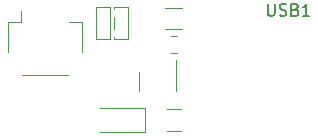
<source format=gbr>
G04 #@! TF.GenerationSoftware,KiCad,Pcbnew,(5.1.4)-1*
G04 #@! TF.CreationDate,2022-02-08T04:13:44-08:00*
G04 #@! TF.ProjectId,bushwacker2,62757368-7761-4636-9b65-72322e6b6963,rev?*
G04 #@! TF.SameCoordinates,Original*
G04 #@! TF.FileFunction,Legend,Top*
G04 #@! TF.FilePolarity,Positive*
%FSLAX46Y46*%
G04 Gerber Fmt 4.6, Leading zero omitted, Abs format (unit mm)*
G04 Created by KiCad (PCBNEW (5.1.4)-1) date 2022-02-08 04:13:44*
%MOMM*%
%LPD*%
G04 APERTURE LIST*
%ADD10C,0.120000*%
%ADD11C,0.150000*%
%ADD12R,1.202000X1.202000*%
%ADD13O,1.102000X1.702000*%
%ADD14O,1.102000X2.202000*%
%ADD15C,0.752000*%
%ADD16R,0.402000X1.552000*%
%ADD17R,0.702000X1.552000*%
%ADD18C,0.100000*%
%ADD19C,0.702000*%
%ADD20C,1.227000*%
%ADD21C,0.902000*%
%ADD22C,1.702000*%
%ADD23C,6.102000*%
%ADD24C,1.352000*%
%ADD25C,1.102000*%
G04 APERTURE END LIST*
D10*
X87900000Y-111300000D02*
X87900000Y-109300000D01*
X87900000Y-109300000D02*
X84050000Y-109300000D01*
X87900000Y-111300000D02*
X84050000Y-111300000D01*
X87340000Y-107000000D02*
X87340000Y-107800000D01*
X87340000Y-107000000D02*
X87340000Y-106200000D01*
X90460000Y-107000000D02*
X90460000Y-107800000D01*
X90460000Y-107000000D02*
X90460000Y-105200000D01*
X91027064Y-102610000D02*
X89572936Y-102610000D01*
X91027064Y-100790000D02*
X89572936Y-100790000D01*
X86395000Y-100755000D02*
X86395000Y-103445000D01*
X85205000Y-100755000D02*
X85205000Y-103445000D01*
X86395000Y-100755000D02*
X85205000Y-100755000D01*
X86395000Y-103445000D02*
X85205000Y-103445000D01*
X84895000Y-100755000D02*
X84895000Y-103445000D01*
X83705000Y-100755000D02*
X83705000Y-103445000D01*
X84895000Y-100755000D02*
X83705000Y-100755000D01*
X84895000Y-103445000D02*
X83705000Y-103445000D01*
X76290000Y-104515000D02*
X76290000Y-102015000D01*
X76290000Y-102015000D02*
X77340000Y-102015000D01*
X77340000Y-102015000D02*
X77340000Y-101025000D01*
X82510000Y-104515000D02*
X82510000Y-102015000D01*
X82510000Y-102015000D02*
X81460000Y-102015000D01*
X77460000Y-106485000D02*
X81340000Y-106485000D01*
X89697936Y-109390000D02*
X90902064Y-109390000D01*
X89697936Y-111210000D02*
X90902064Y-111210000D01*
X90561252Y-104635000D02*
X90038748Y-104635000D01*
X90561252Y-103165000D02*
X90038748Y-103165000D01*
D11*
X98261904Y-100452380D02*
X98261904Y-101261904D01*
X98309523Y-101357142D01*
X98357142Y-101404761D01*
X98452380Y-101452380D01*
X98642857Y-101452380D01*
X98738095Y-101404761D01*
X98785714Y-101357142D01*
X98833333Y-101261904D01*
X98833333Y-100452380D01*
X99261904Y-101404761D02*
X99404761Y-101452380D01*
X99642857Y-101452380D01*
X99738095Y-101404761D01*
X99785714Y-101357142D01*
X99833333Y-101261904D01*
X99833333Y-101166666D01*
X99785714Y-101071428D01*
X99738095Y-101023809D01*
X99642857Y-100976190D01*
X99452380Y-100928571D01*
X99357142Y-100880952D01*
X99309523Y-100833333D01*
X99261904Y-100738095D01*
X99261904Y-100642857D01*
X99309523Y-100547619D01*
X99357142Y-100500000D01*
X99452380Y-100452380D01*
X99690476Y-100452380D01*
X99833333Y-100500000D01*
X100595238Y-100928571D02*
X100738095Y-100976190D01*
X100785714Y-101023809D01*
X100833333Y-101119047D01*
X100833333Y-101261904D01*
X100785714Y-101357142D01*
X100738095Y-101404761D01*
X100642857Y-101452380D01*
X100261904Y-101452380D01*
X100261904Y-100452380D01*
X100595238Y-100452380D01*
X100690476Y-100500000D01*
X100738095Y-100547619D01*
X100785714Y-100642857D01*
X100785714Y-100738095D01*
X100738095Y-100833333D01*
X100690476Y-100880952D01*
X100595238Y-100928571D01*
X100261904Y-100928571D01*
X101785714Y-101452380D02*
X101214285Y-101452380D01*
X101500000Y-101452380D02*
X101500000Y-100452380D01*
X101404761Y-100595238D01*
X101309523Y-100690476D01*
X101214285Y-100738095D01*
%LPC*%
D12*
X87100000Y-110300000D03*
X84300000Y-110300000D03*
D13*
X95680000Y-102600000D03*
X104320000Y-102600000D03*
D14*
X95680000Y-106780000D03*
X104320000Y-106780000D03*
D15*
X102890000Y-106250000D03*
X97110000Y-106250000D03*
D16*
X100250000Y-107695000D03*
X99750000Y-107695000D03*
X99250000Y-107695000D03*
X100750000Y-107695000D03*
X98750000Y-107695000D03*
X101250000Y-107695000D03*
X98250000Y-107695000D03*
X101750000Y-107695000D03*
D17*
X102450000Y-107695000D03*
X97550000Y-107695000D03*
X103225000Y-107695000D03*
X96775000Y-107695000D03*
D18*
G36*
X90042702Y-105149845D02*
G01*
X90059738Y-105152372D01*
X90076445Y-105156557D01*
X90092661Y-105162359D01*
X90108230Y-105169723D01*
X90123003Y-105178577D01*
X90136836Y-105188837D01*
X90149597Y-105200403D01*
X90161163Y-105213164D01*
X90171423Y-105226997D01*
X90180277Y-105241770D01*
X90187641Y-105257339D01*
X90193443Y-105273555D01*
X90197628Y-105290262D01*
X90200155Y-105307298D01*
X90201000Y-105324500D01*
X90201000Y-106400500D01*
X90200155Y-106417702D01*
X90197628Y-106434738D01*
X90193443Y-106451445D01*
X90187641Y-106467661D01*
X90180277Y-106483230D01*
X90171423Y-106498003D01*
X90161163Y-106511836D01*
X90149597Y-106524597D01*
X90136836Y-106536163D01*
X90123003Y-106546423D01*
X90108230Y-106555277D01*
X90092661Y-106562641D01*
X90076445Y-106568443D01*
X90059738Y-106572628D01*
X90042702Y-106575155D01*
X90025500Y-106576000D01*
X89674500Y-106576000D01*
X89657298Y-106575155D01*
X89640262Y-106572628D01*
X89623555Y-106568443D01*
X89607339Y-106562641D01*
X89591770Y-106555277D01*
X89576997Y-106546423D01*
X89563164Y-106536163D01*
X89550403Y-106524597D01*
X89538837Y-106511836D01*
X89528577Y-106498003D01*
X89519723Y-106483230D01*
X89512359Y-106467661D01*
X89506557Y-106451445D01*
X89502372Y-106434738D01*
X89499845Y-106417702D01*
X89499000Y-106400500D01*
X89499000Y-105324500D01*
X89499845Y-105307298D01*
X89502372Y-105290262D01*
X89506557Y-105273555D01*
X89512359Y-105257339D01*
X89519723Y-105241770D01*
X89528577Y-105226997D01*
X89538837Y-105213164D01*
X89550403Y-105200403D01*
X89563164Y-105188837D01*
X89576997Y-105178577D01*
X89591770Y-105169723D01*
X89607339Y-105162359D01*
X89623555Y-105156557D01*
X89640262Y-105152372D01*
X89657298Y-105149845D01*
X89674500Y-105149000D01*
X90025500Y-105149000D01*
X90042702Y-105149845D01*
X90042702Y-105149845D01*
G37*
D19*
X89850000Y-105862500D03*
D18*
G36*
X89092702Y-105149845D02*
G01*
X89109738Y-105152372D01*
X89126445Y-105156557D01*
X89142661Y-105162359D01*
X89158230Y-105169723D01*
X89173003Y-105178577D01*
X89186836Y-105188837D01*
X89199597Y-105200403D01*
X89211163Y-105213164D01*
X89221423Y-105226997D01*
X89230277Y-105241770D01*
X89237641Y-105257339D01*
X89243443Y-105273555D01*
X89247628Y-105290262D01*
X89250155Y-105307298D01*
X89251000Y-105324500D01*
X89251000Y-106400500D01*
X89250155Y-106417702D01*
X89247628Y-106434738D01*
X89243443Y-106451445D01*
X89237641Y-106467661D01*
X89230277Y-106483230D01*
X89221423Y-106498003D01*
X89211163Y-106511836D01*
X89199597Y-106524597D01*
X89186836Y-106536163D01*
X89173003Y-106546423D01*
X89158230Y-106555277D01*
X89142661Y-106562641D01*
X89126445Y-106568443D01*
X89109738Y-106572628D01*
X89092702Y-106575155D01*
X89075500Y-106576000D01*
X88724500Y-106576000D01*
X88707298Y-106575155D01*
X88690262Y-106572628D01*
X88673555Y-106568443D01*
X88657339Y-106562641D01*
X88641770Y-106555277D01*
X88626997Y-106546423D01*
X88613164Y-106536163D01*
X88600403Y-106524597D01*
X88588837Y-106511836D01*
X88578577Y-106498003D01*
X88569723Y-106483230D01*
X88562359Y-106467661D01*
X88556557Y-106451445D01*
X88552372Y-106434738D01*
X88549845Y-106417702D01*
X88549000Y-106400500D01*
X88549000Y-105324500D01*
X88549845Y-105307298D01*
X88552372Y-105290262D01*
X88556557Y-105273555D01*
X88562359Y-105257339D01*
X88569723Y-105241770D01*
X88578577Y-105226997D01*
X88588837Y-105213164D01*
X88600403Y-105200403D01*
X88613164Y-105188837D01*
X88626997Y-105178577D01*
X88641770Y-105169723D01*
X88657339Y-105162359D01*
X88673555Y-105156557D01*
X88690262Y-105152372D01*
X88707298Y-105149845D01*
X88724500Y-105149000D01*
X89075500Y-105149000D01*
X89092702Y-105149845D01*
X89092702Y-105149845D01*
G37*
D19*
X88900000Y-105862500D03*
D18*
G36*
X88142702Y-105149845D02*
G01*
X88159738Y-105152372D01*
X88176445Y-105156557D01*
X88192661Y-105162359D01*
X88208230Y-105169723D01*
X88223003Y-105178577D01*
X88236836Y-105188837D01*
X88249597Y-105200403D01*
X88261163Y-105213164D01*
X88271423Y-105226997D01*
X88280277Y-105241770D01*
X88287641Y-105257339D01*
X88293443Y-105273555D01*
X88297628Y-105290262D01*
X88300155Y-105307298D01*
X88301000Y-105324500D01*
X88301000Y-106400500D01*
X88300155Y-106417702D01*
X88297628Y-106434738D01*
X88293443Y-106451445D01*
X88287641Y-106467661D01*
X88280277Y-106483230D01*
X88271423Y-106498003D01*
X88261163Y-106511836D01*
X88249597Y-106524597D01*
X88236836Y-106536163D01*
X88223003Y-106546423D01*
X88208230Y-106555277D01*
X88192661Y-106562641D01*
X88176445Y-106568443D01*
X88159738Y-106572628D01*
X88142702Y-106575155D01*
X88125500Y-106576000D01*
X87774500Y-106576000D01*
X87757298Y-106575155D01*
X87740262Y-106572628D01*
X87723555Y-106568443D01*
X87707339Y-106562641D01*
X87691770Y-106555277D01*
X87676997Y-106546423D01*
X87663164Y-106536163D01*
X87650403Y-106524597D01*
X87638837Y-106511836D01*
X87628577Y-106498003D01*
X87619723Y-106483230D01*
X87612359Y-106467661D01*
X87606557Y-106451445D01*
X87602372Y-106434738D01*
X87599845Y-106417702D01*
X87599000Y-106400500D01*
X87599000Y-105324500D01*
X87599845Y-105307298D01*
X87602372Y-105290262D01*
X87606557Y-105273555D01*
X87612359Y-105257339D01*
X87619723Y-105241770D01*
X87628577Y-105226997D01*
X87638837Y-105213164D01*
X87650403Y-105200403D01*
X87663164Y-105188837D01*
X87676997Y-105178577D01*
X87691770Y-105169723D01*
X87707339Y-105162359D01*
X87723555Y-105156557D01*
X87740262Y-105152372D01*
X87757298Y-105149845D01*
X87774500Y-105149000D01*
X88125500Y-105149000D01*
X88142702Y-105149845D01*
X88142702Y-105149845D01*
G37*
D19*
X87950000Y-105862500D03*
D18*
G36*
X88142702Y-107424845D02*
G01*
X88159738Y-107427372D01*
X88176445Y-107431557D01*
X88192661Y-107437359D01*
X88208230Y-107444723D01*
X88223003Y-107453577D01*
X88236836Y-107463837D01*
X88249597Y-107475403D01*
X88261163Y-107488164D01*
X88271423Y-107501997D01*
X88280277Y-107516770D01*
X88287641Y-107532339D01*
X88293443Y-107548555D01*
X88297628Y-107565262D01*
X88300155Y-107582298D01*
X88301000Y-107599500D01*
X88301000Y-108675500D01*
X88300155Y-108692702D01*
X88297628Y-108709738D01*
X88293443Y-108726445D01*
X88287641Y-108742661D01*
X88280277Y-108758230D01*
X88271423Y-108773003D01*
X88261163Y-108786836D01*
X88249597Y-108799597D01*
X88236836Y-108811163D01*
X88223003Y-108821423D01*
X88208230Y-108830277D01*
X88192661Y-108837641D01*
X88176445Y-108843443D01*
X88159738Y-108847628D01*
X88142702Y-108850155D01*
X88125500Y-108851000D01*
X87774500Y-108851000D01*
X87757298Y-108850155D01*
X87740262Y-108847628D01*
X87723555Y-108843443D01*
X87707339Y-108837641D01*
X87691770Y-108830277D01*
X87676997Y-108821423D01*
X87663164Y-108811163D01*
X87650403Y-108799597D01*
X87638837Y-108786836D01*
X87628577Y-108773003D01*
X87619723Y-108758230D01*
X87612359Y-108742661D01*
X87606557Y-108726445D01*
X87602372Y-108709738D01*
X87599845Y-108692702D01*
X87599000Y-108675500D01*
X87599000Y-107599500D01*
X87599845Y-107582298D01*
X87602372Y-107565262D01*
X87606557Y-107548555D01*
X87612359Y-107532339D01*
X87619723Y-107516770D01*
X87628577Y-107501997D01*
X87638837Y-107488164D01*
X87650403Y-107475403D01*
X87663164Y-107463837D01*
X87676997Y-107453577D01*
X87691770Y-107444723D01*
X87707339Y-107437359D01*
X87723555Y-107431557D01*
X87740262Y-107427372D01*
X87757298Y-107424845D01*
X87774500Y-107424000D01*
X88125500Y-107424000D01*
X88142702Y-107424845D01*
X88142702Y-107424845D01*
G37*
D19*
X87950000Y-108137500D03*
D18*
G36*
X89092702Y-107424845D02*
G01*
X89109738Y-107427372D01*
X89126445Y-107431557D01*
X89142661Y-107437359D01*
X89158230Y-107444723D01*
X89173003Y-107453577D01*
X89186836Y-107463837D01*
X89199597Y-107475403D01*
X89211163Y-107488164D01*
X89221423Y-107501997D01*
X89230277Y-107516770D01*
X89237641Y-107532339D01*
X89243443Y-107548555D01*
X89247628Y-107565262D01*
X89250155Y-107582298D01*
X89251000Y-107599500D01*
X89251000Y-108675500D01*
X89250155Y-108692702D01*
X89247628Y-108709738D01*
X89243443Y-108726445D01*
X89237641Y-108742661D01*
X89230277Y-108758230D01*
X89221423Y-108773003D01*
X89211163Y-108786836D01*
X89199597Y-108799597D01*
X89186836Y-108811163D01*
X89173003Y-108821423D01*
X89158230Y-108830277D01*
X89142661Y-108837641D01*
X89126445Y-108843443D01*
X89109738Y-108847628D01*
X89092702Y-108850155D01*
X89075500Y-108851000D01*
X88724500Y-108851000D01*
X88707298Y-108850155D01*
X88690262Y-108847628D01*
X88673555Y-108843443D01*
X88657339Y-108837641D01*
X88641770Y-108830277D01*
X88626997Y-108821423D01*
X88613164Y-108811163D01*
X88600403Y-108799597D01*
X88588837Y-108786836D01*
X88578577Y-108773003D01*
X88569723Y-108758230D01*
X88562359Y-108742661D01*
X88556557Y-108726445D01*
X88552372Y-108709738D01*
X88549845Y-108692702D01*
X88549000Y-108675500D01*
X88549000Y-107599500D01*
X88549845Y-107582298D01*
X88552372Y-107565262D01*
X88556557Y-107548555D01*
X88562359Y-107532339D01*
X88569723Y-107516770D01*
X88578577Y-107501997D01*
X88588837Y-107488164D01*
X88600403Y-107475403D01*
X88613164Y-107463837D01*
X88626997Y-107453577D01*
X88641770Y-107444723D01*
X88657339Y-107437359D01*
X88673555Y-107431557D01*
X88690262Y-107427372D01*
X88707298Y-107424845D01*
X88724500Y-107424000D01*
X89075500Y-107424000D01*
X89092702Y-107424845D01*
X89092702Y-107424845D01*
G37*
D19*
X88900000Y-108137500D03*
D18*
G36*
X90042702Y-107424845D02*
G01*
X90059738Y-107427372D01*
X90076445Y-107431557D01*
X90092661Y-107437359D01*
X90108230Y-107444723D01*
X90123003Y-107453577D01*
X90136836Y-107463837D01*
X90149597Y-107475403D01*
X90161163Y-107488164D01*
X90171423Y-107501997D01*
X90180277Y-107516770D01*
X90187641Y-107532339D01*
X90193443Y-107548555D01*
X90197628Y-107565262D01*
X90200155Y-107582298D01*
X90201000Y-107599500D01*
X90201000Y-108675500D01*
X90200155Y-108692702D01*
X90197628Y-108709738D01*
X90193443Y-108726445D01*
X90187641Y-108742661D01*
X90180277Y-108758230D01*
X90171423Y-108773003D01*
X90161163Y-108786836D01*
X90149597Y-108799597D01*
X90136836Y-108811163D01*
X90123003Y-108821423D01*
X90108230Y-108830277D01*
X90092661Y-108837641D01*
X90076445Y-108843443D01*
X90059738Y-108847628D01*
X90042702Y-108850155D01*
X90025500Y-108851000D01*
X89674500Y-108851000D01*
X89657298Y-108850155D01*
X89640262Y-108847628D01*
X89623555Y-108843443D01*
X89607339Y-108837641D01*
X89591770Y-108830277D01*
X89576997Y-108821423D01*
X89563164Y-108811163D01*
X89550403Y-108799597D01*
X89538837Y-108786836D01*
X89528577Y-108773003D01*
X89519723Y-108758230D01*
X89512359Y-108742661D01*
X89506557Y-108726445D01*
X89502372Y-108709738D01*
X89499845Y-108692702D01*
X89499000Y-108675500D01*
X89499000Y-107599500D01*
X89499845Y-107582298D01*
X89502372Y-107565262D01*
X89506557Y-107548555D01*
X89512359Y-107532339D01*
X89519723Y-107516770D01*
X89528577Y-107501997D01*
X89538837Y-107488164D01*
X89550403Y-107475403D01*
X89563164Y-107463837D01*
X89576997Y-107453577D01*
X89591770Y-107444723D01*
X89607339Y-107437359D01*
X89623555Y-107431557D01*
X89640262Y-107427372D01*
X89657298Y-107424845D01*
X89674500Y-107424000D01*
X90025500Y-107424000D01*
X90042702Y-107424845D01*
X90042702Y-107424845D01*
G37*
D19*
X89850000Y-108137500D03*
D18*
G36*
X92130060Y-100775313D02*
G01*
X92156528Y-100779239D01*
X92182485Y-100785741D01*
X92207679Y-100794755D01*
X92231868Y-100806196D01*
X92254819Y-100819953D01*
X92276311Y-100835892D01*
X92296138Y-100853862D01*
X92314108Y-100873689D01*
X92330047Y-100895181D01*
X92343804Y-100918132D01*
X92355245Y-100942321D01*
X92364259Y-100967515D01*
X92370761Y-100993472D01*
X92374687Y-101019940D01*
X92376000Y-101046666D01*
X92376000Y-102353334D01*
X92374687Y-102380060D01*
X92370761Y-102406528D01*
X92364259Y-102432485D01*
X92355245Y-102457679D01*
X92343804Y-102481868D01*
X92330047Y-102504819D01*
X92314108Y-102526311D01*
X92296138Y-102546138D01*
X92276311Y-102564108D01*
X92254819Y-102580047D01*
X92231868Y-102593804D01*
X92207679Y-102605245D01*
X92182485Y-102614259D01*
X92156528Y-102620761D01*
X92130060Y-102624687D01*
X92103334Y-102626000D01*
X91421666Y-102626000D01*
X91394940Y-102624687D01*
X91368472Y-102620761D01*
X91342515Y-102614259D01*
X91317321Y-102605245D01*
X91293132Y-102593804D01*
X91270181Y-102580047D01*
X91248689Y-102564108D01*
X91228862Y-102546138D01*
X91210892Y-102526311D01*
X91194953Y-102504819D01*
X91181196Y-102481868D01*
X91169755Y-102457679D01*
X91160741Y-102432485D01*
X91154239Y-102406528D01*
X91150313Y-102380060D01*
X91149000Y-102353334D01*
X91149000Y-101046666D01*
X91150313Y-101019940D01*
X91154239Y-100993472D01*
X91160741Y-100967515D01*
X91169755Y-100942321D01*
X91181196Y-100918132D01*
X91194953Y-100895181D01*
X91210892Y-100873689D01*
X91228862Y-100853862D01*
X91248689Y-100835892D01*
X91270181Y-100819953D01*
X91293132Y-100806196D01*
X91317321Y-100794755D01*
X91342515Y-100785741D01*
X91368472Y-100779239D01*
X91394940Y-100775313D01*
X91421666Y-100774000D01*
X92103334Y-100774000D01*
X92130060Y-100775313D01*
X92130060Y-100775313D01*
G37*
D20*
X91762500Y-101700000D03*
D18*
G36*
X89205060Y-100775313D02*
G01*
X89231528Y-100779239D01*
X89257485Y-100785741D01*
X89282679Y-100794755D01*
X89306868Y-100806196D01*
X89329819Y-100819953D01*
X89351311Y-100835892D01*
X89371138Y-100853862D01*
X89389108Y-100873689D01*
X89405047Y-100895181D01*
X89418804Y-100918132D01*
X89430245Y-100942321D01*
X89439259Y-100967515D01*
X89445761Y-100993472D01*
X89449687Y-101019940D01*
X89451000Y-101046666D01*
X89451000Y-102353334D01*
X89449687Y-102380060D01*
X89445761Y-102406528D01*
X89439259Y-102432485D01*
X89430245Y-102457679D01*
X89418804Y-102481868D01*
X89405047Y-102504819D01*
X89389108Y-102526311D01*
X89371138Y-102546138D01*
X89351311Y-102564108D01*
X89329819Y-102580047D01*
X89306868Y-102593804D01*
X89282679Y-102605245D01*
X89257485Y-102614259D01*
X89231528Y-102620761D01*
X89205060Y-102624687D01*
X89178334Y-102626000D01*
X88496666Y-102626000D01*
X88469940Y-102624687D01*
X88443472Y-102620761D01*
X88417515Y-102614259D01*
X88392321Y-102605245D01*
X88368132Y-102593804D01*
X88345181Y-102580047D01*
X88323689Y-102564108D01*
X88303862Y-102546138D01*
X88285892Y-102526311D01*
X88269953Y-102504819D01*
X88256196Y-102481868D01*
X88244755Y-102457679D01*
X88235741Y-102432485D01*
X88229239Y-102406528D01*
X88225313Y-102380060D01*
X88224000Y-102353334D01*
X88224000Y-101046666D01*
X88225313Y-101019940D01*
X88229239Y-100993472D01*
X88235741Y-100967515D01*
X88244755Y-100942321D01*
X88256196Y-100918132D01*
X88269953Y-100895181D01*
X88285892Y-100873689D01*
X88303862Y-100853862D01*
X88323689Y-100835892D01*
X88345181Y-100819953D01*
X88368132Y-100806196D01*
X88392321Y-100794755D01*
X88417515Y-100785741D01*
X88443472Y-100779239D01*
X88469940Y-100775313D01*
X88496666Y-100774000D01*
X89178334Y-100774000D01*
X89205060Y-100775313D01*
X89205060Y-100775313D01*
G37*
D20*
X88837500Y-101700000D03*
D18*
G36*
X86122603Y-100825086D02*
G01*
X86144493Y-100828333D01*
X86165959Y-100833710D01*
X86186795Y-100841165D01*
X86206800Y-100850627D01*
X86225781Y-100862004D01*
X86243556Y-100875186D01*
X86259953Y-100890047D01*
X86274814Y-100906444D01*
X86287996Y-100924219D01*
X86299373Y-100943200D01*
X86308835Y-100963205D01*
X86316290Y-100984041D01*
X86321667Y-101005507D01*
X86324914Y-101027397D01*
X86326000Y-101049500D01*
X86326000Y-101500500D01*
X86324914Y-101522603D01*
X86321667Y-101544493D01*
X86316290Y-101565959D01*
X86308835Y-101586795D01*
X86299373Y-101606800D01*
X86287996Y-101625781D01*
X86274814Y-101643556D01*
X86259953Y-101659953D01*
X86243556Y-101674814D01*
X86225781Y-101687996D01*
X86206800Y-101699373D01*
X86186795Y-101708835D01*
X86165959Y-101716290D01*
X86144493Y-101721667D01*
X86122603Y-101724914D01*
X86100500Y-101726000D01*
X85499500Y-101726000D01*
X85477397Y-101724914D01*
X85455507Y-101721667D01*
X85434041Y-101716290D01*
X85413205Y-101708835D01*
X85393200Y-101699373D01*
X85374219Y-101687996D01*
X85356444Y-101674814D01*
X85340047Y-101659953D01*
X85325186Y-101643556D01*
X85312004Y-101625781D01*
X85300627Y-101606800D01*
X85291165Y-101586795D01*
X85283710Y-101565959D01*
X85278333Y-101544493D01*
X85275086Y-101522603D01*
X85274000Y-101500500D01*
X85274000Y-101049500D01*
X85275086Y-101027397D01*
X85278333Y-101005507D01*
X85283710Y-100984041D01*
X85291165Y-100963205D01*
X85300627Y-100943200D01*
X85312004Y-100924219D01*
X85325186Y-100906444D01*
X85340047Y-100890047D01*
X85356444Y-100875186D01*
X85374219Y-100862004D01*
X85393200Y-100850627D01*
X85413205Y-100841165D01*
X85434041Y-100833710D01*
X85455507Y-100828333D01*
X85477397Y-100825086D01*
X85499500Y-100824000D01*
X86100500Y-100824000D01*
X86122603Y-100825086D01*
X86122603Y-100825086D01*
G37*
D21*
X85800000Y-101275000D03*
D18*
G36*
X86122603Y-102475086D02*
G01*
X86144493Y-102478333D01*
X86165959Y-102483710D01*
X86186795Y-102491165D01*
X86206800Y-102500627D01*
X86225781Y-102512004D01*
X86243556Y-102525186D01*
X86259953Y-102540047D01*
X86274814Y-102556444D01*
X86287996Y-102574219D01*
X86299373Y-102593200D01*
X86308835Y-102613205D01*
X86316290Y-102634041D01*
X86321667Y-102655507D01*
X86324914Y-102677397D01*
X86326000Y-102699500D01*
X86326000Y-103150500D01*
X86324914Y-103172603D01*
X86321667Y-103194493D01*
X86316290Y-103215959D01*
X86308835Y-103236795D01*
X86299373Y-103256800D01*
X86287996Y-103275781D01*
X86274814Y-103293556D01*
X86259953Y-103309953D01*
X86243556Y-103324814D01*
X86225781Y-103337996D01*
X86206800Y-103349373D01*
X86186795Y-103358835D01*
X86165959Y-103366290D01*
X86144493Y-103371667D01*
X86122603Y-103374914D01*
X86100500Y-103376000D01*
X85499500Y-103376000D01*
X85477397Y-103374914D01*
X85455507Y-103371667D01*
X85434041Y-103366290D01*
X85413205Y-103358835D01*
X85393200Y-103349373D01*
X85374219Y-103337996D01*
X85356444Y-103324814D01*
X85340047Y-103309953D01*
X85325186Y-103293556D01*
X85312004Y-103275781D01*
X85300627Y-103256800D01*
X85291165Y-103236795D01*
X85283710Y-103215959D01*
X85278333Y-103194493D01*
X85275086Y-103172603D01*
X85274000Y-103150500D01*
X85274000Y-102699500D01*
X85275086Y-102677397D01*
X85278333Y-102655507D01*
X85283710Y-102634041D01*
X85291165Y-102613205D01*
X85300627Y-102593200D01*
X85312004Y-102574219D01*
X85325186Y-102556444D01*
X85340047Y-102540047D01*
X85356444Y-102525186D01*
X85374219Y-102512004D01*
X85393200Y-102500627D01*
X85413205Y-102491165D01*
X85434041Y-102483710D01*
X85455507Y-102478333D01*
X85477397Y-102475086D01*
X85499500Y-102474000D01*
X86100500Y-102474000D01*
X86122603Y-102475086D01*
X86122603Y-102475086D01*
G37*
D21*
X85800000Y-102925000D03*
D18*
G36*
X84622603Y-100825086D02*
G01*
X84644493Y-100828333D01*
X84665959Y-100833710D01*
X84686795Y-100841165D01*
X84706800Y-100850627D01*
X84725781Y-100862004D01*
X84743556Y-100875186D01*
X84759953Y-100890047D01*
X84774814Y-100906444D01*
X84787996Y-100924219D01*
X84799373Y-100943200D01*
X84808835Y-100963205D01*
X84816290Y-100984041D01*
X84821667Y-101005507D01*
X84824914Y-101027397D01*
X84826000Y-101049500D01*
X84826000Y-101500500D01*
X84824914Y-101522603D01*
X84821667Y-101544493D01*
X84816290Y-101565959D01*
X84808835Y-101586795D01*
X84799373Y-101606800D01*
X84787996Y-101625781D01*
X84774814Y-101643556D01*
X84759953Y-101659953D01*
X84743556Y-101674814D01*
X84725781Y-101687996D01*
X84706800Y-101699373D01*
X84686795Y-101708835D01*
X84665959Y-101716290D01*
X84644493Y-101721667D01*
X84622603Y-101724914D01*
X84600500Y-101726000D01*
X83999500Y-101726000D01*
X83977397Y-101724914D01*
X83955507Y-101721667D01*
X83934041Y-101716290D01*
X83913205Y-101708835D01*
X83893200Y-101699373D01*
X83874219Y-101687996D01*
X83856444Y-101674814D01*
X83840047Y-101659953D01*
X83825186Y-101643556D01*
X83812004Y-101625781D01*
X83800627Y-101606800D01*
X83791165Y-101586795D01*
X83783710Y-101565959D01*
X83778333Y-101544493D01*
X83775086Y-101522603D01*
X83774000Y-101500500D01*
X83774000Y-101049500D01*
X83775086Y-101027397D01*
X83778333Y-101005507D01*
X83783710Y-100984041D01*
X83791165Y-100963205D01*
X83800627Y-100943200D01*
X83812004Y-100924219D01*
X83825186Y-100906444D01*
X83840047Y-100890047D01*
X83856444Y-100875186D01*
X83874219Y-100862004D01*
X83893200Y-100850627D01*
X83913205Y-100841165D01*
X83934041Y-100833710D01*
X83955507Y-100828333D01*
X83977397Y-100825086D01*
X83999500Y-100824000D01*
X84600500Y-100824000D01*
X84622603Y-100825086D01*
X84622603Y-100825086D01*
G37*
D21*
X84300000Y-101275000D03*
D18*
G36*
X84622603Y-102475086D02*
G01*
X84644493Y-102478333D01*
X84665959Y-102483710D01*
X84686795Y-102491165D01*
X84706800Y-102500627D01*
X84725781Y-102512004D01*
X84743556Y-102525186D01*
X84759953Y-102540047D01*
X84774814Y-102556444D01*
X84787996Y-102574219D01*
X84799373Y-102593200D01*
X84808835Y-102613205D01*
X84816290Y-102634041D01*
X84821667Y-102655507D01*
X84824914Y-102677397D01*
X84826000Y-102699500D01*
X84826000Y-103150500D01*
X84824914Y-103172603D01*
X84821667Y-103194493D01*
X84816290Y-103215959D01*
X84808835Y-103236795D01*
X84799373Y-103256800D01*
X84787996Y-103275781D01*
X84774814Y-103293556D01*
X84759953Y-103309953D01*
X84743556Y-103324814D01*
X84725781Y-103337996D01*
X84706800Y-103349373D01*
X84686795Y-103358835D01*
X84665959Y-103366290D01*
X84644493Y-103371667D01*
X84622603Y-103374914D01*
X84600500Y-103376000D01*
X83999500Y-103376000D01*
X83977397Y-103374914D01*
X83955507Y-103371667D01*
X83934041Y-103366290D01*
X83913205Y-103358835D01*
X83893200Y-103349373D01*
X83874219Y-103337996D01*
X83856444Y-103324814D01*
X83840047Y-103309953D01*
X83825186Y-103293556D01*
X83812004Y-103275781D01*
X83800627Y-103256800D01*
X83791165Y-103236795D01*
X83783710Y-103215959D01*
X83778333Y-103194493D01*
X83775086Y-103172603D01*
X83774000Y-103150500D01*
X83774000Y-102699500D01*
X83775086Y-102677397D01*
X83778333Y-102655507D01*
X83783710Y-102634041D01*
X83791165Y-102613205D01*
X83800627Y-102593200D01*
X83812004Y-102574219D01*
X83825186Y-102556444D01*
X83840047Y-102540047D01*
X83856444Y-102525186D01*
X83874219Y-102512004D01*
X83893200Y-102500627D01*
X83913205Y-102491165D01*
X83934041Y-102483710D01*
X83955507Y-102478333D01*
X83977397Y-102475086D01*
X83999500Y-102474000D01*
X84600500Y-102474000D01*
X84622603Y-102475086D01*
X84622603Y-102475086D01*
G37*
D21*
X84300000Y-102925000D03*
D18*
G36*
X78092702Y-100524845D02*
G01*
X78109738Y-100527372D01*
X78126445Y-100531557D01*
X78142661Y-100537359D01*
X78158230Y-100544723D01*
X78173003Y-100553577D01*
X78186836Y-100563837D01*
X78199597Y-100575403D01*
X78211163Y-100588164D01*
X78221423Y-100601997D01*
X78230277Y-100616770D01*
X78237641Y-100632339D01*
X78243443Y-100648555D01*
X78247628Y-100665262D01*
X78250155Y-100682298D01*
X78251000Y-100699500D01*
X78251000Y-102450500D01*
X78250155Y-102467702D01*
X78247628Y-102484738D01*
X78243443Y-102501445D01*
X78237641Y-102517661D01*
X78230277Y-102533230D01*
X78221423Y-102548003D01*
X78211163Y-102561836D01*
X78199597Y-102574597D01*
X78186836Y-102586163D01*
X78173003Y-102596423D01*
X78158230Y-102605277D01*
X78142661Y-102612641D01*
X78126445Y-102618443D01*
X78109738Y-102622628D01*
X78092702Y-102625155D01*
X78075500Y-102626000D01*
X77724500Y-102626000D01*
X77707298Y-102625155D01*
X77690262Y-102622628D01*
X77673555Y-102618443D01*
X77657339Y-102612641D01*
X77641770Y-102605277D01*
X77626997Y-102596423D01*
X77613164Y-102586163D01*
X77600403Y-102574597D01*
X77588837Y-102561836D01*
X77578577Y-102548003D01*
X77569723Y-102533230D01*
X77562359Y-102517661D01*
X77556557Y-102501445D01*
X77552372Y-102484738D01*
X77549845Y-102467702D01*
X77549000Y-102450500D01*
X77549000Y-100699500D01*
X77549845Y-100682298D01*
X77552372Y-100665262D01*
X77556557Y-100648555D01*
X77562359Y-100632339D01*
X77569723Y-100616770D01*
X77578577Y-100601997D01*
X77588837Y-100588164D01*
X77600403Y-100575403D01*
X77613164Y-100563837D01*
X77626997Y-100553577D01*
X77641770Y-100544723D01*
X77657339Y-100537359D01*
X77673555Y-100531557D01*
X77690262Y-100527372D01*
X77707298Y-100524845D01*
X77724500Y-100524000D01*
X78075500Y-100524000D01*
X78092702Y-100524845D01*
X78092702Y-100524845D01*
G37*
D19*
X77900000Y-101575000D03*
D18*
G36*
X79092702Y-100524845D02*
G01*
X79109738Y-100527372D01*
X79126445Y-100531557D01*
X79142661Y-100537359D01*
X79158230Y-100544723D01*
X79173003Y-100553577D01*
X79186836Y-100563837D01*
X79199597Y-100575403D01*
X79211163Y-100588164D01*
X79221423Y-100601997D01*
X79230277Y-100616770D01*
X79237641Y-100632339D01*
X79243443Y-100648555D01*
X79247628Y-100665262D01*
X79250155Y-100682298D01*
X79251000Y-100699500D01*
X79251000Y-102450500D01*
X79250155Y-102467702D01*
X79247628Y-102484738D01*
X79243443Y-102501445D01*
X79237641Y-102517661D01*
X79230277Y-102533230D01*
X79221423Y-102548003D01*
X79211163Y-102561836D01*
X79199597Y-102574597D01*
X79186836Y-102586163D01*
X79173003Y-102596423D01*
X79158230Y-102605277D01*
X79142661Y-102612641D01*
X79126445Y-102618443D01*
X79109738Y-102622628D01*
X79092702Y-102625155D01*
X79075500Y-102626000D01*
X78724500Y-102626000D01*
X78707298Y-102625155D01*
X78690262Y-102622628D01*
X78673555Y-102618443D01*
X78657339Y-102612641D01*
X78641770Y-102605277D01*
X78626997Y-102596423D01*
X78613164Y-102586163D01*
X78600403Y-102574597D01*
X78588837Y-102561836D01*
X78578577Y-102548003D01*
X78569723Y-102533230D01*
X78562359Y-102517661D01*
X78556557Y-102501445D01*
X78552372Y-102484738D01*
X78549845Y-102467702D01*
X78549000Y-102450500D01*
X78549000Y-100699500D01*
X78549845Y-100682298D01*
X78552372Y-100665262D01*
X78556557Y-100648555D01*
X78562359Y-100632339D01*
X78569723Y-100616770D01*
X78578577Y-100601997D01*
X78588837Y-100588164D01*
X78600403Y-100575403D01*
X78613164Y-100563837D01*
X78626997Y-100553577D01*
X78641770Y-100544723D01*
X78657339Y-100537359D01*
X78673555Y-100531557D01*
X78690262Y-100527372D01*
X78707298Y-100524845D01*
X78724500Y-100524000D01*
X79075500Y-100524000D01*
X79092702Y-100524845D01*
X79092702Y-100524845D01*
G37*
D19*
X78900000Y-101575000D03*
D18*
G36*
X80092702Y-100524845D02*
G01*
X80109738Y-100527372D01*
X80126445Y-100531557D01*
X80142661Y-100537359D01*
X80158230Y-100544723D01*
X80173003Y-100553577D01*
X80186836Y-100563837D01*
X80199597Y-100575403D01*
X80211163Y-100588164D01*
X80221423Y-100601997D01*
X80230277Y-100616770D01*
X80237641Y-100632339D01*
X80243443Y-100648555D01*
X80247628Y-100665262D01*
X80250155Y-100682298D01*
X80251000Y-100699500D01*
X80251000Y-102450500D01*
X80250155Y-102467702D01*
X80247628Y-102484738D01*
X80243443Y-102501445D01*
X80237641Y-102517661D01*
X80230277Y-102533230D01*
X80221423Y-102548003D01*
X80211163Y-102561836D01*
X80199597Y-102574597D01*
X80186836Y-102586163D01*
X80173003Y-102596423D01*
X80158230Y-102605277D01*
X80142661Y-102612641D01*
X80126445Y-102618443D01*
X80109738Y-102622628D01*
X80092702Y-102625155D01*
X80075500Y-102626000D01*
X79724500Y-102626000D01*
X79707298Y-102625155D01*
X79690262Y-102622628D01*
X79673555Y-102618443D01*
X79657339Y-102612641D01*
X79641770Y-102605277D01*
X79626997Y-102596423D01*
X79613164Y-102586163D01*
X79600403Y-102574597D01*
X79588837Y-102561836D01*
X79578577Y-102548003D01*
X79569723Y-102533230D01*
X79562359Y-102517661D01*
X79556557Y-102501445D01*
X79552372Y-102484738D01*
X79549845Y-102467702D01*
X79549000Y-102450500D01*
X79549000Y-100699500D01*
X79549845Y-100682298D01*
X79552372Y-100665262D01*
X79556557Y-100648555D01*
X79562359Y-100632339D01*
X79569723Y-100616770D01*
X79578577Y-100601997D01*
X79588837Y-100588164D01*
X79600403Y-100575403D01*
X79613164Y-100563837D01*
X79626997Y-100553577D01*
X79641770Y-100544723D01*
X79657339Y-100537359D01*
X79673555Y-100531557D01*
X79690262Y-100527372D01*
X79707298Y-100524845D01*
X79724500Y-100524000D01*
X80075500Y-100524000D01*
X80092702Y-100524845D01*
X80092702Y-100524845D01*
G37*
D19*
X79900000Y-101575000D03*
D18*
G36*
X81092702Y-100524845D02*
G01*
X81109738Y-100527372D01*
X81126445Y-100531557D01*
X81142661Y-100537359D01*
X81158230Y-100544723D01*
X81173003Y-100553577D01*
X81186836Y-100563837D01*
X81199597Y-100575403D01*
X81211163Y-100588164D01*
X81221423Y-100601997D01*
X81230277Y-100616770D01*
X81237641Y-100632339D01*
X81243443Y-100648555D01*
X81247628Y-100665262D01*
X81250155Y-100682298D01*
X81251000Y-100699500D01*
X81251000Y-102450500D01*
X81250155Y-102467702D01*
X81247628Y-102484738D01*
X81243443Y-102501445D01*
X81237641Y-102517661D01*
X81230277Y-102533230D01*
X81221423Y-102548003D01*
X81211163Y-102561836D01*
X81199597Y-102574597D01*
X81186836Y-102586163D01*
X81173003Y-102596423D01*
X81158230Y-102605277D01*
X81142661Y-102612641D01*
X81126445Y-102618443D01*
X81109738Y-102622628D01*
X81092702Y-102625155D01*
X81075500Y-102626000D01*
X80724500Y-102626000D01*
X80707298Y-102625155D01*
X80690262Y-102622628D01*
X80673555Y-102618443D01*
X80657339Y-102612641D01*
X80641770Y-102605277D01*
X80626997Y-102596423D01*
X80613164Y-102586163D01*
X80600403Y-102574597D01*
X80588837Y-102561836D01*
X80578577Y-102548003D01*
X80569723Y-102533230D01*
X80562359Y-102517661D01*
X80556557Y-102501445D01*
X80552372Y-102484738D01*
X80549845Y-102467702D01*
X80549000Y-102450500D01*
X80549000Y-100699500D01*
X80549845Y-100682298D01*
X80552372Y-100665262D01*
X80556557Y-100648555D01*
X80562359Y-100632339D01*
X80569723Y-100616770D01*
X80578577Y-100601997D01*
X80588837Y-100588164D01*
X80600403Y-100575403D01*
X80613164Y-100563837D01*
X80626997Y-100553577D01*
X80641770Y-100544723D01*
X80657339Y-100537359D01*
X80673555Y-100531557D01*
X80690262Y-100527372D01*
X80707298Y-100524845D01*
X80724500Y-100524000D01*
X81075500Y-100524000D01*
X81092702Y-100524845D01*
X81092702Y-100524845D01*
G37*
D19*
X80900000Y-101575000D03*
D18*
G36*
X76943965Y-104725639D02*
G01*
X76977009Y-104730541D01*
X77009413Y-104738658D01*
X77040865Y-104749911D01*
X77071063Y-104764194D01*
X77099716Y-104781368D01*
X77126547Y-104801267D01*
X77151299Y-104823701D01*
X77173733Y-104848453D01*
X77193632Y-104875284D01*
X77210806Y-104903937D01*
X77225089Y-104934135D01*
X77236342Y-104965587D01*
X77244459Y-104997991D01*
X77249361Y-105031035D01*
X77251000Y-105064400D01*
X77251000Y-106085600D01*
X77249361Y-106118965D01*
X77244459Y-106152009D01*
X77236342Y-106184413D01*
X77225089Y-106215865D01*
X77210806Y-106246063D01*
X77193632Y-106274716D01*
X77173733Y-106301547D01*
X77151299Y-106326299D01*
X77126547Y-106348733D01*
X77099716Y-106368632D01*
X77071063Y-106385806D01*
X77040865Y-106400089D01*
X77009413Y-106411342D01*
X76977009Y-106419459D01*
X76943965Y-106424361D01*
X76910600Y-106426000D01*
X75889400Y-106426000D01*
X75856035Y-106424361D01*
X75822991Y-106419459D01*
X75790587Y-106411342D01*
X75759135Y-106400089D01*
X75728937Y-106385806D01*
X75700284Y-106368632D01*
X75673453Y-106348733D01*
X75648701Y-106326299D01*
X75626267Y-106301547D01*
X75606368Y-106274716D01*
X75589194Y-106246063D01*
X75574911Y-106215865D01*
X75563658Y-106184413D01*
X75555541Y-106152009D01*
X75550639Y-106118965D01*
X75549000Y-106085600D01*
X75549000Y-105064400D01*
X75550639Y-105031035D01*
X75555541Y-104997991D01*
X75563658Y-104965587D01*
X75574911Y-104934135D01*
X75589194Y-104903937D01*
X75606368Y-104875284D01*
X75626267Y-104848453D01*
X75648701Y-104823701D01*
X75673453Y-104801267D01*
X75700284Y-104781368D01*
X75728937Y-104764194D01*
X75759135Y-104749911D01*
X75790587Y-104738658D01*
X75822991Y-104730541D01*
X75856035Y-104725639D01*
X75889400Y-104724000D01*
X76910600Y-104724000D01*
X76943965Y-104725639D01*
X76943965Y-104725639D01*
G37*
D22*
X76400000Y-105575000D03*
D18*
G36*
X82943965Y-104725639D02*
G01*
X82977009Y-104730541D01*
X83009413Y-104738658D01*
X83040865Y-104749911D01*
X83071063Y-104764194D01*
X83099716Y-104781368D01*
X83126547Y-104801267D01*
X83151299Y-104823701D01*
X83173733Y-104848453D01*
X83193632Y-104875284D01*
X83210806Y-104903937D01*
X83225089Y-104934135D01*
X83236342Y-104965587D01*
X83244459Y-104997991D01*
X83249361Y-105031035D01*
X83251000Y-105064400D01*
X83251000Y-106085600D01*
X83249361Y-106118965D01*
X83244459Y-106152009D01*
X83236342Y-106184413D01*
X83225089Y-106215865D01*
X83210806Y-106246063D01*
X83193632Y-106274716D01*
X83173733Y-106301547D01*
X83151299Y-106326299D01*
X83126547Y-106348733D01*
X83099716Y-106368632D01*
X83071063Y-106385806D01*
X83040865Y-106400089D01*
X83009413Y-106411342D01*
X82977009Y-106419459D01*
X82943965Y-106424361D01*
X82910600Y-106426000D01*
X81889400Y-106426000D01*
X81856035Y-106424361D01*
X81822991Y-106419459D01*
X81790587Y-106411342D01*
X81759135Y-106400089D01*
X81728937Y-106385806D01*
X81700284Y-106368632D01*
X81673453Y-106348733D01*
X81648701Y-106326299D01*
X81626267Y-106301547D01*
X81606368Y-106274716D01*
X81589194Y-106246063D01*
X81574911Y-106215865D01*
X81563658Y-106184413D01*
X81555541Y-106152009D01*
X81550639Y-106118965D01*
X81549000Y-106085600D01*
X81549000Y-105064400D01*
X81550639Y-105031035D01*
X81555541Y-104997991D01*
X81563658Y-104965587D01*
X81574911Y-104934135D01*
X81589194Y-104903937D01*
X81606368Y-104875284D01*
X81626267Y-104848453D01*
X81648701Y-104823701D01*
X81673453Y-104801267D01*
X81700284Y-104781368D01*
X81728937Y-104764194D01*
X81759135Y-104749911D01*
X81790587Y-104738658D01*
X81822991Y-104730541D01*
X81856035Y-104725639D01*
X81889400Y-104724000D01*
X82910600Y-104724000D01*
X82943965Y-104725639D01*
X82943965Y-104725639D01*
G37*
D22*
X82400000Y-105575000D03*
D23*
X108900000Y-103500000D03*
D21*
X111200000Y-103500000D03*
X110526346Y-105126346D03*
X108900000Y-105800000D03*
X107273654Y-105126346D03*
X106600000Y-103500000D03*
X107273654Y-101873654D03*
X108900000Y-101200000D03*
X110526346Y-101873654D03*
D23*
X71900000Y-103500000D03*
D21*
X74200000Y-103500000D03*
X73526346Y-105126346D03*
X71900000Y-105800000D03*
X70273654Y-105126346D03*
X69600000Y-103500000D03*
X70273654Y-101873654D03*
X71900000Y-101200000D03*
X73526346Y-101873654D03*
D18*
G36*
X89332104Y-109375302D02*
G01*
X89358352Y-109379196D01*
X89384093Y-109385643D01*
X89409078Y-109394583D01*
X89433066Y-109405928D01*
X89455826Y-109419571D01*
X89477140Y-109435378D01*
X89496802Y-109453198D01*
X89514622Y-109472860D01*
X89530429Y-109494174D01*
X89544072Y-109516934D01*
X89555417Y-109540922D01*
X89564357Y-109565907D01*
X89570804Y-109591648D01*
X89574698Y-109617896D01*
X89576000Y-109644400D01*
X89576000Y-110955600D01*
X89574698Y-110982104D01*
X89570804Y-111008352D01*
X89564357Y-111034093D01*
X89555417Y-111059078D01*
X89544072Y-111083066D01*
X89530429Y-111105826D01*
X89514622Y-111127140D01*
X89496802Y-111146802D01*
X89477140Y-111164622D01*
X89455826Y-111180429D01*
X89433066Y-111194072D01*
X89409078Y-111205417D01*
X89384093Y-111214357D01*
X89358352Y-111220804D01*
X89332104Y-111224698D01*
X89305600Y-111226000D01*
X88494400Y-111226000D01*
X88467896Y-111224698D01*
X88441648Y-111220804D01*
X88415907Y-111214357D01*
X88390922Y-111205417D01*
X88366934Y-111194072D01*
X88344174Y-111180429D01*
X88322860Y-111164622D01*
X88303198Y-111146802D01*
X88285378Y-111127140D01*
X88269571Y-111105826D01*
X88255928Y-111083066D01*
X88244583Y-111059078D01*
X88235643Y-111034093D01*
X88229196Y-111008352D01*
X88225302Y-110982104D01*
X88224000Y-110955600D01*
X88224000Y-109644400D01*
X88225302Y-109617896D01*
X88229196Y-109591648D01*
X88235643Y-109565907D01*
X88244583Y-109540922D01*
X88255928Y-109516934D01*
X88269571Y-109494174D01*
X88285378Y-109472860D01*
X88303198Y-109453198D01*
X88322860Y-109435378D01*
X88344174Y-109419571D01*
X88366934Y-109405928D01*
X88390922Y-109394583D01*
X88415907Y-109385643D01*
X88441648Y-109379196D01*
X88467896Y-109375302D01*
X88494400Y-109374000D01*
X89305600Y-109374000D01*
X89332104Y-109375302D01*
X89332104Y-109375302D01*
G37*
D24*
X88900000Y-110300000D03*
D18*
G36*
X92132104Y-109375302D02*
G01*
X92158352Y-109379196D01*
X92184093Y-109385643D01*
X92209078Y-109394583D01*
X92233066Y-109405928D01*
X92255826Y-109419571D01*
X92277140Y-109435378D01*
X92296802Y-109453198D01*
X92314622Y-109472860D01*
X92330429Y-109494174D01*
X92344072Y-109516934D01*
X92355417Y-109540922D01*
X92364357Y-109565907D01*
X92370804Y-109591648D01*
X92374698Y-109617896D01*
X92376000Y-109644400D01*
X92376000Y-110955600D01*
X92374698Y-110982104D01*
X92370804Y-111008352D01*
X92364357Y-111034093D01*
X92355417Y-111059078D01*
X92344072Y-111083066D01*
X92330429Y-111105826D01*
X92314622Y-111127140D01*
X92296802Y-111146802D01*
X92277140Y-111164622D01*
X92255826Y-111180429D01*
X92233066Y-111194072D01*
X92209078Y-111205417D01*
X92184093Y-111214357D01*
X92158352Y-111220804D01*
X92132104Y-111224698D01*
X92105600Y-111226000D01*
X91294400Y-111226000D01*
X91267896Y-111224698D01*
X91241648Y-111220804D01*
X91215907Y-111214357D01*
X91190922Y-111205417D01*
X91166934Y-111194072D01*
X91144174Y-111180429D01*
X91122860Y-111164622D01*
X91103198Y-111146802D01*
X91085378Y-111127140D01*
X91069571Y-111105826D01*
X91055928Y-111083066D01*
X91044583Y-111059078D01*
X91035643Y-111034093D01*
X91029196Y-111008352D01*
X91025302Y-110982104D01*
X91024000Y-110955600D01*
X91024000Y-109644400D01*
X91025302Y-109617896D01*
X91029196Y-109591648D01*
X91035643Y-109565907D01*
X91044583Y-109540922D01*
X91055928Y-109516934D01*
X91069571Y-109494174D01*
X91085378Y-109472860D01*
X91103198Y-109453198D01*
X91122860Y-109435378D01*
X91144174Y-109419571D01*
X91166934Y-109405928D01*
X91190922Y-109394583D01*
X91215907Y-109385643D01*
X91241648Y-109379196D01*
X91267896Y-109375302D01*
X91294400Y-109374000D01*
X92105600Y-109374000D01*
X92132104Y-109375302D01*
X92132104Y-109375302D01*
G37*
D24*
X91700000Y-110300000D03*
D18*
G36*
X91552504Y-103125327D02*
G01*
X91579247Y-103129294D01*
X91605473Y-103135863D01*
X91630929Y-103144971D01*
X91655370Y-103156531D01*
X91678560Y-103170430D01*
X91700275Y-103186536D01*
X91720308Y-103204692D01*
X91738464Y-103224725D01*
X91754570Y-103246440D01*
X91768469Y-103269630D01*
X91780029Y-103294071D01*
X91789137Y-103319527D01*
X91795706Y-103345753D01*
X91799673Y-103372496D01*
X91801000Y-103399500D01*
X91801000Y-104400500D01*
X91799673Y-104427504D01*
X91795706Y-104454247D01*
X91789137Y-104480473D01*
X91780029Y-104505929D01*
X91768469Y-104530370D01*
X91754570Y-104553560D01*
X91738464Y-104575275D01*
X91720308Y-104595308D01*
X91700275Y-104613464D01*
X91678560Y-104629570D01*
X91655370Y-104643469D01*
X91630929Y-104655029D01*
X91605473Y-104664137D01*
X91579247Y-104670706D01*
X91552504Y-104674673D01*
X91525500Y-104676000D01*
X90974500Y-104676000D01*
X90947496Y-104674673D01*
X90920753Y-104670706D01*
X90894527Y-104664137D01*
X90869071Y-104655029D01*
X90844630Y-104643469D01*
X90821440Y-104629570D01*
X90799725Y-104613464D01*
X90779692Y-104595308D01*
X90761536Y-104575275D01*
X90745430Y-104553560D01*
X90731531Y-104530370D01*
X90719971Y-104505929D01*
X90710863Y-104480473D01*
X90704294Y-104454247D01*
X90700327Y-104427504D01*
X90699000Y-104400500D01*
X90699000Y-103399500D01*
X90700327Y-103372496D01*
X90704294Y-103345753D01*
X90710863Y-103319527D01*
X90719971Y-103294071D01*
X90731531Y-103269630D01*
X90745430Y-103246440D01*
X90761536Y-103224725D01*
X90779692Y-103204692D01*
X90799725Y-103186536D01*
X90821440Y-103170430D01*
X90844630Y-103156531D01*
X90869071Y-103144971D01*
X90894527Y-103135863D01*
X90920753Y-103129294D01*
X90947496Y-103125327D01*
X90974500Y-103124000D01*
X91525500Y-103124000D01*
X91552504Y-103125327D01*
X91552504Y-103125327D01*
G37*
D25*
X91250000Y-103900000D03*
D18*
G36*
X89652504Y-103125327D02*
G01*
X89679247Y-103129294D01*
X89705473Y-103135863D01*
X89730929Y-103144971D01*
X89755370Y-103156531D01*
X89778560Y-103170430D01*
X89800275Y-103186536D01*
X89820308Y-103204692D01*
X89838464Y-103224725D01*
X89854570Y-103246440D01*
X89868469Y-103269630D01*
X89880029Y-103294071D01*
X89889137Y-103319527D01*
X89895706Y-103345753D01*
X89899673Y-103372496D01*
X89901000Y-103399500D01*
X89901000Y-104400500D01*
X89899673Y-104427504D01*
X89895706Y-104454247D01*
X89889137Y-104480473D01*
X89880029Y-104505929D01*
X89868469Y-104530370D01*
X89854570Y-104553560D01*
X89838464Y-104575275D01*
X89820308Y-104595308D01*
X89800275Y-104613464D01*
X89778560Y-104629570D01*
X89755370Y-104643469D01*
X89730929Y-104655029D01*
X89705473Y-104664137D01*
X89679247Y-104670706D01*
X89652504Y-104674673D01*
X89625500Y-104676000D01*
X89074500Y-104676000D01*
X89047496Y-104674673D01*
X89020753Y-104670706D01*
X88994527Y-104664137D01*
X88969071Y-104655029D01*
X88944630Y-104643469D01*
X88921440Y-104629570D01*
X88899725Y-104613464D01*
X88879692Y-104595308D01*
X88861536Y-104575275D01*
X88845430Y-104553560D01*
X88831531Y-104530370D01*
X88819971Y-104505929D01*
X88810863Y-104480473D01*
X88804294Y-104454247D01*
X88800327Y-104427504D01*
X88799000Y-104400500D01*
X88799000Y-103399500D01*
X88800327Y-103372496D01*
X88804294Y-103345753D01*
X88810863Y-103319527D01*
X88819971Y-103294071D01*
X88831531Y-103269630D01*
X88845430Y-103246440D01*
X88861536Y-103224725D01*
X88879692Y-103204692D01*
X88899725Y-103186536D01*
X88921440Y-103170430D01*
X88944630Y-103156531D01*
X88969071Y-103144971D01*
X88994527Y-103135863D01*
X89020753Y-103129294D01*
X89047496Y-103125327D01*
X89074500Y-103124000D01*
X89625500Y-103124000D01*
X89652504Y-103125327D01*
X89652504Y-103125327D01*
G37*
D25*
X89350000Y-103900000D03*
M02*

</source>
